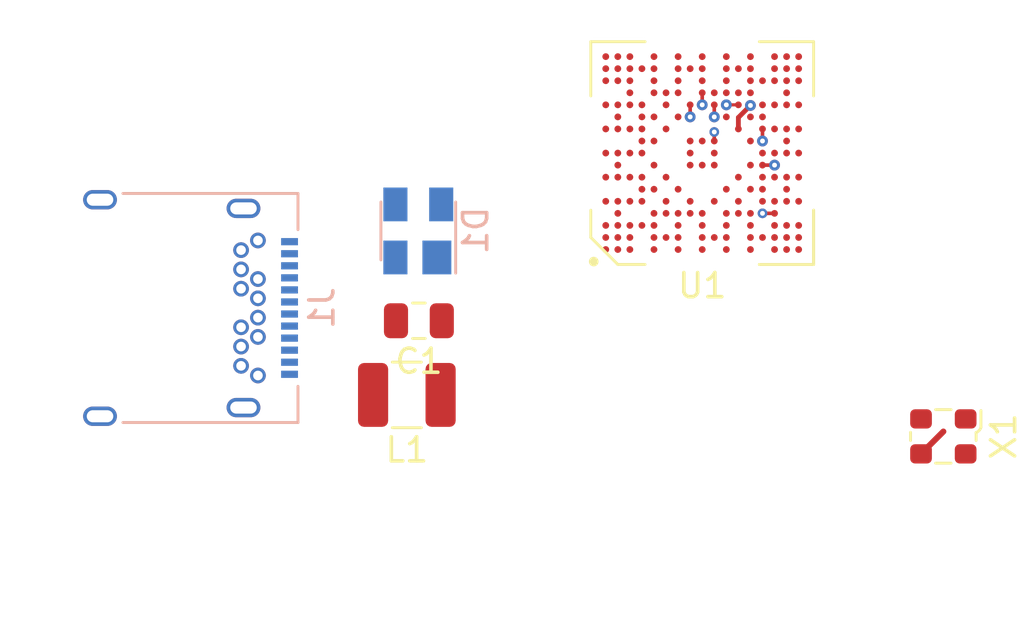
<source format=kicad_pcb>
(kicad_pcb (version 20211014) (generator pcbnew)
  (layers (0 "F.Cu" signal) (1 "In1.Cu" signal) (2 "In2.Cu" signal) (31 "B.Cu" signal) (34 "B.Paste" user) (35 "F.Paste" user) (36 "B.SilkS" user "B.Silkscreen") (37 "F.SilkS" user "F.Silkscreen") (38 "B.Mask" user) (39 "F.Mask" user) (44 "Edge.Cuts" user))
  (net 0 "")
  (net 1 "/USB/D+")
  (net 6 "/USB/D-")
  (net 13 "/USB/USB0_VBUS_CON")
  (net 76 "Net-(J1-PadA4)")
  (net 81 "/DSP/IRQ_N")
  (net 82 "/DSP/LDO_ENABLE")
  (net 83 "/DSP/RTCXOUT")
  (net 84 "/DSP/XTALOUT")
  (net 85 "/DSP/XTALIN")
  (net 86 "/DSP/RESETN")
  (net 87 "/DSP/RTCXIN")
  (net 88 "/DSP/VREFN")
  (net 89 "VDD")
  (net 90 "/DSP/MODE0")
  (net 91 "/DSP/FC_06")
  (net 92 "/DSP/SCL")
  (net 93 "/DSP/FC_05")
  (net 94 "/DSP/FC_00_I2S_CLK")
  (net 95 "/DSP/FC_01_I2S_WS")
  (net 96 "/DSP/FC_02_I2S_DATA")
  (net 97 "/DSP/FC_04")
  (net 98 "/DSP/TRST")
  (net 99 "/DSP/TDI")
  (net 100 "/DSP/TDO")
  (net 101 "/DSP/TMS")
  (net 102 "/DSP/USB1_VDD3V3")
  (net 103 "/DSP/USB1_VBUS")
  (net 104 "/DSP/USB1_DP")
  (net 105 "/DSP/USB1_DM")
  (net 106 "GND")
  (net 110 "/DSP/VDDA_BIAS")
  (net 111 "/DSP/VREFP")
  (net 113 "/DSP/SDA")
  (net 114 "/DSP/FC_03")
  (net 115 "/DSP/TCK")
  (net 124 "VDD1V8")
  (net 125 "VDDCORE")
  (net 126 "VDD_AO1V8")
  (net 128 "VDDIO_1")
  (net 129 "VDDIO_0")
  (net 130 "VDDIO_2")
  (footprint "Capacitor_SMD:C_0805_2012Metric" (layer "F.Cu") (at 94.25 88.205 180)
    (fp_text reference "C1" (at 0 -1.68) (layer "F.SilkS"))
    (fp_text value "2u2")
    (fp_line (start -0.261252 0.735) (end 0.261252 0.735) (layer "F.SilkS") (width 0.12))
    (fp_line (start -0.261252 -0.735) (end 0.261252 -0.735) (layer "F.SilkS") (width 0.12))
    (pad "1" smd roundrect locked (at -0.95 0 180) (size 1 1.45) (layers "F.Cu" "F.Paste" "F.Mask") (net 13 "/USB/USB0_VBUS_CON"))
    (pad "2" smd roundrect locked (at 0.95 0 180) (size 1 1.45) (layers "F.Cu" "F.Paste" "F.Mask") (net 106 "GND"))
  )
  (footprint "Inductor_SMD:L_1210_3225Metric" (layer "F.Cu") (at 93.75 91.28 180)
    (fp_text reference "L1" (at 0 -2.28) (layer "F.SilkS"))
    (fp_text value "330")
    (fp_line (start -0.602064 -1.36) (end 0.602064 -1.36) (layer "F.SilkS") (width 0.12))
    (fp_line (start -0.602064 1.36) (end 0.602064 1.36) (layer "F.SilkS") (width 0.12))
    (pad "1" smd roundrect locked (at -1.4 0 180) (size 1.25 2.65) (layers "F.Cu" "F.Paste" "F.Mask") (roundrect_rratio 0.2) (net 13 "/USB/USB0_VBUS_CON"))
    (pad "2" smd roundrect locked (at 1.4 0 180) (size 1.25 2.65) (layers "F.Cu" "F.Paste" "F.Mask") (roundrect_rratio 0.2) (net 76 "Net-(J1-PadA4)"))
  )
  (footprint "Oscillator:Oscillator_SMD_ECS_2520MV-xxx-xx-4Pin_2.5x2.0mm" (layer "F.Cu") (at 116 93 -90)
    (fp_text reference "X1" (at 0 -2.5 90) (layer "F.SilkS"))
    (fp_text value "ECS-2520MV-xxx-xx")
    (fp_line (start -0.38 -1.56) (end -1.07 -1.56) (layer "F.SilkS") (width 0.12))
    (fp_line (start -1.11 0.32) (end -1.11 -0.32) (layer "F.SilkS") (width 0.12))
    (fp_line (start 1.11 0.32) (end 1.11 -0.32) (layer "F.SilkS") (width 0.12))
    (fp_line (start -0.17 1.36) (end 0.17 1.36) (layer "F.SilkS") (width 0.12))
    (fp_line (start -0.16 -1.36) (end 0.17 -1.36) (layer "F.SilkS") (width 0.12))
    (fp_arc (start -0.38 -1.56) (mid -0.246393 -1.485967) (end -0.16 -1.36) (layer "F.SilkS") (width 0.12))
    (pad "1" smd roundrect locked (at -0.725 -0.925 270) (size 0.8 0.9) (layers "F.Cu" "F.Paste" "F.Mask") (net 85 "/DSP/XTALIN"))
    (pad "2" smd roundrect locked (at -0.725 0.925 270) (size 0.8 0.9) (layers "F.Cu" "F.Paste" "F.Mask") (net 106 "GND"))
    (pad "3" smd roundrect locked (at 0.725 0.925 270) (size 0.8 0.9) (layers "F.Cu" "F.Paste" "F.Mask") (net 84 "/DSP/XTALOUT"))
    (pad "4" smd roundrect locked (at 0.725 -0.925 270) (size 0.8 0.9) (layers "F.Cu" "F.Paste" "F.Mask") (net 89 "VDD"))
  )
  (footprint "project_footprints:BGA-289_17x17_9.0x9.0mm_v2" (layer "F.Cu") (at 106 81.25)
    (fp_text reference "U1" (at 0 5.5 -180) (layer "F.SilkS"))
    (fp_text value "MIMXRT685SFVKB")
    (fp_line (start 4.62 -4.62) (end 4.62 -2.37) (layer "F.SilkS") (width 0.12))
    (fp_line (start -2.37 4.62) (end -3.5 4.62) (layer "F.SilkS") (width 0.12))
    (fp_line (start -4.62 3.5) (end -4.62 2.37) (layer "F.SilkS") (width 0.12))
    (fp_line (start -3.5 4.62) (end -4.62 3.5) (layer "F.SilkS") (width 0.12))
    (fp_line (start 2.37 -4.62) (end 4.62 -4.62) (layer "F.SilkS") (width 0.12))
    (fp_line (start -4.62 -4.62) (end -4.62 -2.37) (layer "F.SilkS") (width 0.12))
    (fp_line (start 4.62 4.62) (end 4.62 2.37) (layer "F.SilkS") (width 0.12))
    (fp_line (start 2.37 4.62) (end 4.62 4.62) (layer "F.SilkS") (width 0.12))
    (fp_line (start -2.37 -4.62) (end -4.62 -4.62) (layer "F.SilkS") (width 0.12))
    (fp_line (start 4.62 4.62) (end 4.62 2.37) (layer "F.SilkS") (width 0.12))
    (fp_line (start 2.37 4.62) (end 4.62 4.62) (layer "F.SilkS") (width 0.12))
    (fp_line (start 2.37 4.62) (end 4.62 4.62) (layer "F.SilkS") (width 0.12))
    (fp_line (start 4.62 4.62) (end 4.62 2.37) (layer "F.SilkS") (width 0.12))
    (fp_circle (center -4.5 4.5) (end -4.5 4.4) (layer "F.SilkS") (width 0.2) (fill none))
    (pad "A1" smd circle (at -4 4 180) (size 0.28 0.28) (layers "F.Cu" "F.Paste" "F.Mask"))
    (pad "A2" smd circle (at -3.5 4 180) (size 0.28 0.28) (layers "F.Cu" "F.Paste" "F.Mask"))
    (pad "A3" smd circle (at -3 4 180) (size 0.28 0.28) (layers "F.Cu" "F.Paste" "F.Mask"))
    (pad "A5" smd circle (at -2 4 180) (size 0.28 0.28) (layers "F.Cu" "F.Paste" "F.Mask"))
    (pad "A7" smd circle (at -1 4 180) (size 0.28 0.28) (layers "F.Cu" "F.Paste" "F.Mask"))
    (pad "A9" smd circle (at 0 4 180) (size 0.28 0.28) (layers "F.Cu" "F.Paste" "F.Mask"))
    (pad "A11" smd circle (at 1 4 180) (size 0.28 0.28) (layers "F.Cu" "F.Paste" "F.Mask"))
    (pad "A13" smd circle (at 2 4 180) (size 0.28 0.28) (layers "F.Cu" "F.Paste" "F.Mask"))
    (pad "A15" smd circle (at 3 4 180) (size 0.28 0.28) (layers "F.Cu" "F.Paste" "F.Mask") (net 81 "/DSP/IRQ_N"))
    (pad "A16" smd circle (at 3.5 4 180) (size 0.28 0.28) (layers "F.Cu" "F.Paste" "F.Mask") (net 82 "/DSP/LDO_ENABLE"))
    (pad "A17" smd circle (at 4 4 180) (size 0.28 0.28) (layers "F.Cu" "F.Paste" "F.Mask") (net 83 "/DSP/RTCXOUT"))
    (pad "B1" smd circle (at -4 3.5 180) (size 0.28 0.28) (layers "F.Cu" "F.Paste" "F.Mask"))
    (pad "B2" smd circle (at -3.5 3.5 180) (size 0.28 0.28) (layers "F.Cu" "F.Paste" "F.Mask"))
    (pad "B3" smd circle (at -3 3.5 180) (size 0.28 0.28) (layers "F.Cu" "F.Paste" "F.Mask"))
    (pad "B5" smd circle (at -2 3.5 180) (size 0.28 0.28) (layers "F.Cu" "F.Paste" "F.Mask"))
    (pad "B6" smd circle (at -1.5 3.5 180) (size 0.28 0.28) (layers "F.Cu" "F.Paste" "F.Mask"))
    (pad "B7" smd circle (at -1 3.5 180) (size 0.28 0.28) (layers "F.Cu" "F.Paste" "F.Mask"))
    (pad "B9" smd circle (at 0 3.5 180) (size 0.28 0.28) (layers "F.Cu" "F.Paste" "F.Mask"))
    (pad "B10" smd circle (at 0.5 3.5 180) (size 0.28 0.28) (layers "F.Cu" "F.Paste" "F.Mask"))
    (pad "B11" smd circle (at 1 3.5 180) (size 0.28 0.28) (layers "F.Cu" "F.Paste" "F.Mask") (net 124 "VDD1V8"))
    (pad "B13" smd circle (at 2 3.5 180) (size 0.28 0.28) (layers "F.Cu" "F.Paste" "F.Mask") (net 84 "/DSP/XTALOUT"))
    (pad "B14" smd circle (at 2.5 3.5 180) (size 0.28 0.28) (layers "F.Cu" "F.Paste" "F.Mask") (net 85 "/DSP/XTALIN"))
    (pad "B15" smd circle (at 3 3.5 180) (size 0.28 0.28) (layers "F.Cu" "F.Paste" "F.Mask") (net 86 "/DSP/RESETN"))
    (pad "B16" smd circle (at 3.5 3.5 180) (size 0.28 0.28) (layers "F.Cu" "F.Paste" "F.Mask"))
    (pad "B17" smd circle (at 4 3.5 180) (size 0.28 0.28) (layers "F.Cu" "F.Paste" "F.Mask") (net 87 "/DSP/RTCXIN"))
    (pad "C1" smd circle (at -4 3 180) (size 0.28 0.28) (layers "F.Cu" "F.Paste" "F.Mask"))
    (pad "C2" smd circle (at -3.5 3 180) (size 0.28 0.28) (layers "F.Cu" "F.Paste" "F.Mask") (net 88 "/DSP/VREFN"))
    (pad "C3" smd circle (at -3 3 180) (size 0.28 0.28) (layers "F.Cu" "F.Paste" "F.Mask") (net 106 "GND"))
    (pad "C4" smd circle (at -2.5 3 180) (size 0.28 0.28) (layers "F.Cu" "F.Paste" "F.Mask") (net 110 "/DSP/VDDA_BIAS"))
    (pad "C5" smd circle (at -2 3 180) (size 0.28 0.28) (layers "F.Cu" "F.Paste" "F.Mask") (net 125 "VDDCORE"))
    (pad "C7" smd circle (at -1 3 180) (size 0.28 0.28) (layers "F.Cu" "F.Paste" "F.Mask"))
    (pad "C9" smd circle (at 0 3 180) (size 0.28 0.28) (layers "F.Cu" "F.Paste" "F.Mask"))
    (pad "C11" smd circle (at 1 3 180) (size 0.28 0.28) (layers "F.Cu" "F.Paste" "F.Mask"))
    (pad "C13" smd circle (at 2 3 180) (size 0.28 0.28) (layers "F.Cu" "F.Paste" "F.Mask") (net 126 "VDD_AO1V8"))
    (pad "C15" smd circle (at 3 3 180) (size 0.28 0.28) (layers "F.Cu" "F.Paste" "F.Mask") (net 90 "/DSP/MODE0"))
    (pad "C16" smd circle (at 3.5 3 180) (size 0.28 0.28) (layers "F.Cu" "F.Paste" "F.Mask") (net 124 "VDD1V8"))
    (pad "C17" smd circle (at 4 3 180) (size 0.28 0.28) (layers "F.Cu" "F.Paste" "F.Mask") (net 124 "VDD1V8"))
    (pad "D2" smd circle (at -3.5 2.5 180) (size 0.28 0.28) (layers "F.Cu" "F.Paste" "F.Mask") (net 111 "/DSP/VREFP"))
    (pad "D5" smd circle (at -2 2.5 180) (size 0.28 0.28) (layers "F.Cu" "F.Paste" "F.Mask") (net 106 "GND"))
    (pad "D6" smd circle (at -1.5 2.5 180) (size 0.28 0.28) (layers "F.Cu" "F.Paste" "F.Mask"))
    (pad "D7" smd circle (at -1 2.5 180) (size 0.28 0.28) (layers "F.Cu" "F.Paste" "F.Mask"))
    (pad "D8" smd circle (at -0.5 2.5 180) (size 0.28 0.28) (layers "F.Cu" "F.Paste" "F.Mask"))
    (pad "D9" smd circle (at 0 2.5 180) (size 0.28 0.28) (layers "F.Cu" "F.Paste" "F.Mask") (net 125 "VDDCORE"))
    (pad "D11" smd circle (at 1 2.5 180) (size 0.28 0.28) (layers "F.Cu" "F.Paste" "F.Mask"))
    (pad "D12" smd circle (at 1.5 2.5 180) (size 0.28 0.28) (layers "F.Cu" "F.Paste" "F.Mask") (net 106 "GND"))
    (pad "D13" smd circle (at 2 2.5 180) (size 0.28 0.28) (layers "F.Cu" "F.Paste" "F.Mask") (net 126 "VDD_AO1V8"))
    (pad "D15" smd circle (at 3 2.5 180) (size 0.28 0.28) (layers "F.Cu" "F.Paste" "F.Mask") (net 106 "GND"))
    (pad "E1" smd circle (at -4 2 180) (size 0.28 0.28) (layers "F.Cu" "F.Paste" "F.Mask") (net 91 "/DSP/FC_06"))
    (pad "E2" smd circle (at -3.5 2 180) (size 0.28 0.28) (layers "F.Cu" "F.Paste" "F.Mask"))
    (pad "E3" smd circle (at -3 2 180) (size 0.28 0.28) (layers "F.Cu" "F.Paste" "F.Mask"))
    (pad "E4" smd circle (at -2.5 2 180) (size 0.28 0.28) (layers "F.Cu" "F.Paste" "F.Mask"))
    (pad "E6" smd circle (at -1.5 2 180) (size 0.28 0.28) (layers "F.Cu" "F.Paste" "F.Mask") (net 128 "VDDIO_1"))
    (pad "E8" smd circle (at -0.5 2 180) (size 0.28 0.28) (layers "F.Cu" "F.Paste" "F.Mask") (net 128 "VDDIO_1"))
    (pad "E10" smd circle (at 0.5 2 180) (size 0.28 0.28) (layers "F.Cu" "F.Paste" "F.Mask") (net 128 "VDDIO_1"))
    (pad "E12" smd circle (at 1.5 2 180) (size 0.28 0.28) (layers "F.Cu" "F.Paste" "F.Mask") (net 106 "GND"))
    (pad "E14" smd circle (at 2.5 2 180) (size 0.28 0.28) (layers "F.Cu" "F.Paste" "F.Mask") (net 106 "GND"))
    (pad "E15" smd circle (at 3 2 180) (size 0.28 0.28) (layers "F.Cu" "F.Paste" "F.Mask") (net 124 "VDD1V8"))
    (pad "E16" smd circle (at 3.5 2 180) (size 0.28 0.28) (layers "F.Cu" "F.Paste" "F.Mask") (net 92 "/DSP/SCL"))
    (pad "E17" smd circle (at 4 2 180) (size 0.28 0.28) (layers "F.Cu" "F.Paste" "F.Mask"))
    (pad "F4" smd circle (at -2.5 1.5 180) (size 0.28 0.28) (layers "F.Cu" "F.Paste" "F.Mask") (net 93 "/DSP/FC_05"))
    (pad "F5" smd circle (at -2 1.5 180) (size 0.28 0.28) (layers "F.Cu" "F.Paste" "F.Mask") (net 129 "VDDIO_0"))
    (pad "F7" smd circle (at -1 1.5 180) (size 0.28 0.28) (layers "F.Cu" "F.Paste" "F.Mask") (net 106 "GND"))
    (pad "F11" smd circle (at 1 1.5 180) (size 0.28 0.28) (layers "F.Cu" "F.Paste" "F.Mask") (net 106 "GND"))
    (pad "F13" smd circle (at 2 1.5 180) (size 0.28 0.28) (layers "F.Cu" "F.Paste" "F.Mask") (net 124 "VDD1V8"))
    (pad "F14" smd circle (at 2.5 1.5 180) (size 0.28 0.28) (layers "F.Cu" "F.Paste" "F.Mask") (net 125 "VDDCORE"))
    (pad "F16" smd circle (at 3.5 1.5 180) (size 0.28 0.28) (layers "F.Cu" "F.Paste" "F.Mask") (net 113 "/DSP/SDA"))
    (pad "G1" smd circle (at -4 1 180) (size 0.28 0.28) (layers "F.Cu" "F.Paste" "F.Mask") (net 94 "/DSP/FC_00_I2S_CLK"))
    (pad "G2" smd circle (at -3.5 1 180) (size 0.28 0.28) (layers "F.Cu" "F.Paste" "F.Mask") (net 95 "/DSP/FC_01_I2S_WS"))
    (pad "G3" smd circle (at -3 1 180) (size 0.28 0.28) (layers "F.Cu" "F.Paste" "F.Mask"))
    (pad "G4" smd circle (at -2.5 1 180) (size 0.28 0.28) (layers "F.Cu" "F.Paste" "F.Mask") (net 96 "/DSP/FC_02_I2S_DATA"))
    (pad "G6" smd circle (at -1.5 1 180) (size 0.28 0.28) (layers "F.Cu" "F.Paste" "F.Mask") (net 106 "GND"))
    (pad "G12" smd circle (at 1.5 1 180) (size 0.28 0.28) (layers "F.Cu" "F.Paste" "F.Mask") (net 106 "GND"))
    (pad "G14" smd circle (at 2.5 1 180) (size 0.28 0.28) (layers "F.Cu" "F.Paste" "F.Mask") (net 124 "VDD1V8"))
    (pad "G15" smd circle (at 3 1 180) (size 0.28 0.28) (layers "F.Cu" "F.Paste" "F.Mask"))
    (pad "G16" smd circle (at 3.5 1 180) (size 0.28 0.28) (layers "F.Cu" "F.Paste" "F.Mask"))
    (pad "G17" smd circle (at 4 1 180) (size 0.28 0.28) (layers "F.Cu" "F.Paste" "F.Mask"))
    (pad "H2" smd circle (at -3.5 0.5 180) (size 0.28 0.28) (layers "F.Cu" "F.Paste" "F.Mask") (net 114 "/DSP/FC_03"))
    (pad "H5" smd circle (at -2 0.5 180) (size 0.28 0.28) (layers "F.Cu" "F.Paste" "F.Mask") (net 129 "VDDIO_0"))
    (pad "H8" smd circle (at -0.5 0.5 180) (size 0.28 0.28) (layers "F.Cu" "F.Paste" "F.Mask") (net 106 "GND"))
    (pad "H9" smd circle (at 0 0.5 180) (size 0.28 0.28) (layers "F.Cu" "F.Paste" "F.Mask") (net 106 "GND"))
    (pad "H10" smd circle (at 0.5 0.5 180) (size 0.28 0.28) (layers "F.Cu" "F.Paste" "F.Mask") (net 106 "GND"))
    (pad "H13" smd circle (at 2 0.5 180) (size 0.28 0.28) (layers "F.Cu" "F.Paste" "F.Mask") (net 128 "VDDIO_1"))
    (pad "H14" smd circle (at 2.5 0.5 180) (size 0.28 0.28) (layers "F.Cu" "F.Paste" "F.Mask") (net 128 "VDDIO_1"))
    (pad "J1" smd circle (at -4 0 180) (size 0.28 0.28) (layers "F.Cu" "F.Paste" "F.Mask") (net 97 "/DSP/FC_04"))
    (pad "J2" smd circle (at -3.5 0 180) (size 0.28 0.28) (layers "F.Cu" "F.Paste" "F.Mask") (net 98 "/DSP/TRST"))
    (pad "J3" smd circle (at -3 0 180) (size 0.28 0.28) (layers "F.Cu" "F.Paste" "F.Mask") (net 99 "/DSP/TDI"))
    (pad "J4" smd circle (at -2.5 0 180) (size 0.28 0.28) (layers "F.Cu" "F.Paste" "F.Mask") (net 125 "VDDCORE"))
    (pad "J8" smd circle (at -0.5 0 180) (size 0.28 0.28) (layers "F.Cu" "F.Paste" "F.Mask") (net 106 "GND"))
    (pad "J10" smd circle (at 0.5 0 180) (size 0.28 0.28) (layers "F.Cu" "F.Paste" "F.Mask") (net 106 "GND"))
    (pad "J14" smd circle (at 2.5 0 180) (size 0.28 0.28) (layers "F.Cu" "F.Paste" "F.Mask") (net 125 "VDDCORE"))
    (pad "J15" smd circle (at 3 0 180) (size 0.28 0.28) (layers "F.Cu" "F.Paste" "F.Mask"))
    (pad "J16" smd circle (at 3.5 0 180) (size 0.28 0.28) (layers "F.Cu" "F.Paste" "F.Mask"))
    (pad "J17" smd circle (at 4 0 180) (size 0.28 0.28) (layers "F.Cu" "F.Paste" "F.Mask"))
    (pad "K4" smd circle (at -2.5 -0.5 180) (size 0.28 0.28) (layers "F.Cu" "F.Paste" "F.Mask") (net 115 "/DSP/TCK"))
    (pad "K5" smd circle (at -2 -0.5 180) (size 0.28 0.28) (layers "F.Cu" "F.Paste" "F.Mask") (net 129 "VDDIO_0"))
    (pad "K8" smd circle (at -0.5 -0.5 180) (size 0.28 0.28) (layers "F.Cu" "F.Paste" "F.Mask") (net 106 "GND"))
    (pad "K9" smd circle (at 0 -0.5 180) (size 0.28 0.28) (layers "F.Cu" "F.Paste" "F.Mask") (net 106 "GND"))
    (pad "K10" smd circle (at 0.5 -0.5 180) (size 0.28 0.28) (layers "F.Cu" "F.Paste" "F.Mask") (net 106 "GND"))
    (pad "K13" smd circle (at 2 -0.5 180) (size 0.28 0.28) (layers "F.Cu" "F.Paste" "F.Mask") (net 128 "VDDIO_1"))
    (pad "K16" smd circle (at 3.5 -0.5 180) (size 0.28 0.28) (layers "F.Cu" "F.Paste" "F.Mask"))
    (pad "L1" smd circle (at -4 -1 180) (size 0.28 0.28) (layers "F.Cu" "F.Paste" "F.Mask") (net 100 "/DSP/TDO"))
    (pad "L2" smd circle (at -3.5 -1 180) (size 0.28 0.28) (layers "F.Cu" "F.Paste" "F.Mask"))
    (pad "L3" smd circle (at -3 -1 180) (size 0.28 0.28) (layers "F.Cu" "F.Paste" "F.Mask") (net 101 "/DSP/TMS"))
    (pad "L4" smd circle (at -2.5 -1 180) (size 0.28 0.28) (layers "F.Cu" "F.Paste" "F.Mask") (net 124 "VDD1V8"))
    (pad "L6" smd circle (at -1.5 -1 180) (size 0.28 0.28) (layers "F.Cu" "F.Paste" "F.Mask") (net 106 "GND"))
    (pad "L12" smd circle (at 1.5 -1 180) (size 0.28 0.28) (layers "F.Cu" "F.Paste" "F.Mask") (net 106 "GND"))
    (pad "L14" smd circle (at 2.5 -1 180) (size 0.28 0.28) (layers "F.Cu" "F.Paste" "F.Mask") (net 128 "VDDIO_1"))
    (pad "L15" smd circle (at 3 -1 180) (size 0.28 0.28) (layers "F.Cu" "F.Paste" "F.Mask"))
    (pad "L16" smd circle (at 3.5 -1 180) (size 0.28 0.28) (layers "F.Cu" "F.Paste" "F.Mask"))
    (pad "L17" smd circle (at 4 -1 180) (size 0.28 0.28) (layers "F.Cu" "F.Paste" "F.Mask"))
    (pad "M2" smd circle (at -3.5 -1.5 180) (size 0.28 0.28) (layers "F.Cu" "F.Paste" "F.Mask"))
    (pad "M4" smd circle (at -2.5 -1.5 180) (size 0.28 0.28) (layers "F.Cu" "F.Paste" "F.Mask"))
    (pad "M5" smd circle (at -2 -1.5 180) (size 0.28 0.28) (layers "F.Cu" "F.Paste" "F.Mask") (net 129 "VDDIO_0"))
    (pad "M7" smd circle (at -1 -1.5 180) (size 0.28 0.28) (layers "F.Cu" "F.Paste" "F.Mask") (net 106 "GND"))
    (pad "M11" smd circle (at 1 -1.5 180) (size 0.28 0.28) (layers "F.Cu" "F.Paste" "F.Mask") (net 106 "GND"))
    (pad "M13" smd circle (at 2 -1.5 180) (size 0.28 0.28) (layers "F.Cu" "F.Paste" "F.Mask") (net 106 "GND"))
    (pad "M14" smd circle (at 2.5 -1.5 180) (size 0.28 0.28) (layers "F.Cu" "F.Paste" "F.Mask"))
    (pad "N1" smd circle (at -4 -2 180) (size 0.28 0.28) (layers "F.Cu" "F.Paste" "F.Mask"))
    (pad "N2" smd circle (at -3.5 -2 180) (size 0.28 0.28) (layers "F.Cu" "F.Paste" "F.Mask"))
    (pad "N3" smd circle (at -3 -2 180) (size 0.28 0.28) (layers "F.Cu" "F.Paste" "F.Mask"))
    (pad "N4" smd circle (at -2.5 -2 180) (size 0.28 0.28) (layers "F.Cu" "F.Paste" "F.Mask"))
    (pad "N6" smd circle (at -1.5 -2 180) (size 0.28 0.28) (layers "F.Cu" "F.Paste" "F.Mask") (net 129 "VDDIO_0"))
    (pad "N8" smd circle (at -0.5 -2 180) (size 0.28 0.28) (layers "F.Cu" "F.Paste" "F.Mask") (net 129 "VDDIO_0"))
    (pad "N10" smd circle (at 0.5 -2 180) (size 0.28 0.28) (layers "F.Cu" "F.Paste" "F.Mask") (net 129 "VDDIO_0"))
    (pad "N12" smd circle (at 1.5 -2 180) (size 0.28 0.28) (layers "F.Cu" "F.Paste" "F.Mask") (net 130 "VDDIO_2"))
    (pad "N14" smd circle (at 2.5 -2 180) (size 0.28 0.28) (layers "F.Cu" "F.Paste" "F.Mask") (net 106 "GND"))
    (pad "N15" smd circle (at 3 -2 180) (size 0.28 0.28) (layers "F.Cu" "F.Paste" "F.Mask"))
    (pad "N16" smd circle (at 3.5 -2 180) (size 0.28 0.28) (layers "F.Cu" "F.Paste" "F.Mask") (net 102 "/DSP/USB1_VDD3V3"))
    (pad "N17" smd circle (at 4 -2 180) (size 0.28 0.28) (layers "F.Cu" "F.Paste" "F.Mask"))
    (pad "P3" smd circle (at -3 -2.5 180) (size 0.28 0.28) (layers "F.Cu" "F.Paste" "F.Mask"))
    (pad "P5" smd circle (at -2 -2.5 180) (size 0.28 0.28) (layers "F.Cu" "F.Paste" "F.Mask"))
    (pad "P6" smd circle (at -1.5 -2.5 180) (size 0.28 0.28) (layers "F.Cu" "F.Paste" "F.Mask"))
    (pad "P7" smd circle (at -1 -2.5 180) (size 0.28 0.28) (layers "F.Cu" "F.Paste" "F.Mask"))
    (pad "P9" smd circle (at 0 -2.5 180) (size 0.28 0.28) (layers "F.Cu" "F.Paste" "F.Mask") (net 125 "VDDCORE"))
    (pad "P10" smd circle (at 0.5 -2.5 180) (size 0.28 0.28) (layers "F.Cu" "F.Paste" "F.Mask"))
    (pad "P11" smd circle (at 1 -2.5 180) (size 0.28 0.28) (layers "F.Cu" "F.Paste" "F.Mask") (net 130 "VDDIO_2"))
    (pad "P12" smd circle (at 1.5 -2.5 180) (size 0.28 0.28) (layers "F.Cu" "F.Paste" "F.Mask") (net 130 "VDDIO_2"))
    (pad "P13" smd circle (at 2 -2.5 180) (size 0.28 0.28) (layers "F.Cu" "F.Paste" "F.Mask") (net 106 "GND"))
    (pad "P16" smd circle (at 3.5 -2.5 180) (size 0.28 0.28) (layers "F.Cu" "F.Paste" "F.Mask"))
    (pad "R1" smd circle (at -4 -3 180) (size 0.28 0.28) (layers "F.Cu" "F.Paste" "F.Mask"))
    (pad "R2" smd circle (at -3.5 -3 180) (size 0.28 0.28) (layers "F.Cu" "F.Paste" "F.Mask"))
    (pad "R3" smd circle (at -3 -3 180) (size 0.28 0.28) (layers "F.Cu" "F.Paste" "F.Mask"))
    (pad "R5" smd circle (at -2 -3 180) (size 0.28 0.28) (layers "F.Cu" "F.Paste" "F.Mask") (net 125 "VDDCORE"))
    (pad "R7" smd circle (at -1 -3 180) (size 0.28 0.28) (layers "F.Cu" "F.Paste" "F.Mask"))
    (pad "R9" smd circle (at 0 -3 180) (size 0.28 0.28) (layers "F.Cu" "F.Paste" "F.Mask"))
    (pad "R11" smd circle (at 1 -3 180) (size 0.28 0.28) (layers "F.Cu" "F.Paste" "F.Mask"))
    (pad "R13" smd circle (at 2 -3 180) (size 0.28 0.28) (layers "F.Cu" "F.Paste" "F.Mask"))
    (pad "R14" smd circle (at 2.5 -3 180) (size 0.28 0.28) (layers "F.Cu" "F.Paste" "F.Mask") (net 125 "VDDCORE"))
    (pad "R15" smd circle (at 3 -3 180) (size 0.28 0.28) (layers "F.Cu" "F.Paste" "F.Mask") (net 124 "VDD1V8"))
    (pad "R16" smd circle (at 3.5 -3 180) (size 0.28 0.28) (layers "F.Cu" "F.Paste" "F.Mask") (net 103 "/DSP/USB1_VBUS"))
    (pad "R17" smd circle (at 4 -3 180) (size 0.28 0.28) (layers "F.Cu" "F.Paste" "F.Mask") (net 104 "/DSP/USB1_DP"))
    (pad "T1" smd circle (at -4 -3.5 180) (size 0.28 0.28) (layers "F.Cu" "F.Paste" "F.Mask"))
    (pad "T2" smd circle (at -3.5 -3.5 180) (size 0.28 0.28) (layers "F.Cu" "F.Paste" "F.Mask"))
    (pad "T3" smd circle (at -3 -3.5 180) (size 0.28 0.28) (layers "F.Cu" "F.Paste" "F.Mask"))
    (pad "T4" smd circle (at -2.5 -3.5 180) (size 0.28 0.28) (layers "F.Cu" "F.Paste" "F.Mask"))
    (pad "T5" smd circle (at -2 -3.5 180) (size 0.28 0.28) (layers "F.Cu" "F.Paste" "F.Mask"))
    (pad "T7" smd circle (at -1 -3.5 180) (size 0.28 0.28) (layers "F.Cu" "F.Paste" "F.Mask"))
    (pad "T8" smd circle (at -0.5 -3.5 180) (size 0.28 0.28) (layers "F.Cu" "F.Paste" "F.Mask"))
    (pad "T9" smd circle (at 0 -3.5 180) (size 0.28 0.28) (layers "F.Cu" "F.Paste" "F.Mask"))
    (pad "T11" smd circle (at 1 -3.5 180) (size 0.28 0.28) (layers "F.Cu" "F.Paste" "F.Mask"))
    (pad "T12" smd circle (at 1.5 -3.5 180) (size 0.28 0.28) (layers "F.Cu" "F.Paste" "F.Mask"))
    (pad "T13" smd circle (at 2 -3.5 180) (size 0.28 0.28) (layers "F.Cu" "F.Paste" "F.Mask"))
    (pad "T15" smd circle (at 3 -3.5 180) (size 0.28 0.28) (layers "F.Cu" "F.Paste" "F.Mask"))
    (pad "T16" smd circle (at 3.5 -3.5 180) (size 0.28 0.28) (layers "F.Cu" "F.Paste" "F.Mask"))
    (pad "T17" smd circle (at 4 -3.5 180) (size 0.28 0.28) (layers "F.Cu" "F.Paste" "F.Mask") (net 105 "/DSP/USB1_DM"))
    (pad "U1" smd circle (at -4 -4 180) (size 0.28 0.28) (layers "F.Cu" "F.Paste" "F.Mask"))
    (pad "U2" smd circle (at -3.5 -4 180) (size 0.28 0.28) (layers "F.Cu" "F.Paste" "F.Mask"))
    (pad "U3" smd circle (at -3 -4 180) (size 0.28 0.28) (layers "F.Cu" "F.Paste" "F.Mask"))
    (pad "U5" smd circle (at -2 -4 180) (size 0.28 0.28) (layers "F.Cu" "F.Paste" "F.Mask"))
    (pad "U7" smd circle (at -1 -4 180) (size 0.28 0.28) (layers "F.Cu" "F.Paste" "F.Mask"))
    (pad "U9" smd circle (at 0 -4 180) (size 0.28 0.28) (layers "F.Cu" "F.Paste" "F.Mask"))
    (pad "U11" smd circle (at 1 -4 180) (size 0.28 0.28) (layers "F.Cu" "F.Paste" "F.Mask"))
    (pad "U13" smd circle (at 2 -4 180) (size 0.28 0.28) (layers "F.Cu" "F.Paste" "F.Mask"))
    (pad "U15" smd circle (at 3 -4 180) (size 0.28 0.28) (layers "F.Cu" "F.Paste" "F.Mask"))
    (pad "U16" smd circle (at 3.5 -4 180) (size 0.28 0.28) (layers "F.Cu" "F.Paste" "F.Mask"))
    (pad "U17" smd circle (at 4 -4 180) (size 0.28 0.28) (layers "F.Cu" "F.Paste" "F.Mask"))
  )
  (footprint "Connector_USB:USB_C_Receptacle_Amphenol_12401548E4-2A" (layer "B.Cu") (at 83.865 87.675 90)
    (fp_text reference "J1" (at 0 6.36 90) (layer "B.SilkS") (effects (justify mirror)))
    (fp_text value "USB_C_Receptacle_USB2.0")
    (fp_line (start -4.75 5.37) (end -3.25 5.37) (layer "B.SilkS") (width 0.12))
    (fp_line (start 4.75 5.37) (end 4.75 -1.89) (layer "B.SilkS") (width 0.12))
    (fp_line (start 3.25 5.37) (end 4.75 5.37) (layer "B.SilkS") (width 0.12))
    (fp_line (start -4.75 5.37) (end -4.75 -1.89) (layer "B.SilkS") (width 0.12))
    (pad "" np_thru_hole oval locked (at 3.6 4.36 90) (size 0.95 0.65) (drill oval 0.95 0.65) (layers *.Cu *.Mask))
    (pad "" np_thru_hole circle locked (at -3.6 4.36 90) (size 0.65 0.65) (drill 0.65) (layers *.Cu *.Mask))
    (pad "A1" smd rect locked (at -2.75 5.02 90) (size 0.3 0.7) (layers "B.Cu" "B.Paste" "B.Mask") (net 106 "GND"))
    (pad "A2" smd rect locked (at -2.25 5.02 90) (size 0.3 0.7) (layers "B.Cu" "B.Paste" "B.Mask"))
    (pad "A3" smd rect locked (at -1.75 5.02 90) (size 0.3 0.7) (layers "B.Cu" "B.Paste" "B.Mask"))
    (pad "A4" smd rect locked (at -1.25 5.02 90) (size 0.3 0.7) (layers "B.Cu" "B.Paste" "B.Mask") (net 76 "Net-(J1-PadA4)"))
    (pad "A5" smd rect locked (at -0.75 5.02 90) (size 0.3 0.7) (layers "B.Cu" "B.Paste" "B.Mask"))
    (pad "A6" smd rect locked (at -0.25 5.02 90) (size 0.3 0.7) (layers "B.Cu" "B.Paste" "B.Mask") (net 1 "/USB/D+"))
    (pad "A7" smd rect locked (at 0.25 5.02 90) (size 0.3 0.7) (layers "B.Cu" "B.Paste" "B.Mask") (net 6 "/USB/D-"))
    (pad "A8" smd rect locked (at 0.75 5.02 90) (size 0.3 0.7) (layers "B.Cu" "B.Paste" "B.Mask"))
    (pad "A9" smd rect locked (at 1.25 5.02 90) (size 0.3 0.7) (layers "B.Cu" "B.Paste" "B.Mask") (net 76 "Net-(J1-PadA4)"))
    (pad "A10" smd rect locked (at 1.75 5.02 90) (size 0.3 0.7) (layers "B.Cu" "B.Paste" "B.Mask"))
    (pad "A11" smd rect locked (at 2.25 5.02 90) (size 0.3 0.7) (layers "B.Cu" "B.Paste" "B.Mask"))
    (pad "A12" smd rect locked (at 2.75 5.02 90) (size 0.3 0.7) (layers "B.Cu" "B.Paste" "B.Mask") (net 106 "GND"))
    (pad "B1" thru_hole circle locked (at 2.8 3.71 90) (size 0.65 0.65) (drill 0.4) (layers *.Cu *.Mask) (net 106 "GND"))
    (pad "B2" thru_hole circle locked (at 2.4 3.01 90) (size 0.65 0.65) (drill 0.4) (layers *.Cu *.Mask))
    (pad "B3" thru_hole circle locked (at 1.6 3.01 90) (size 0.65 0.65) (drill 0.4) (layers *.Cu *.Mask))
    (pad "B4" thru_hole circle locked (at 1.2 3.71 90) (size 0.65 0.65) (drill 0.4) (layers *.Cu *.Mask) (net 76 "Net-(J1-PadA4)"))
    (pad "B5" thru_hole circle locked (at 0.8 3.01 90) (size 0.65 0.65) (drill 0.4) (layers *.Cu *.Mask))
    (pad "B6" thru_hole circle locked (at 0.4 3.71 90) (size 0.65 0.65) (drill 0.4) (layers *.Cu *.Mask) (net 1 "/USB/D+"))
    (pad "B7" thru_hole circle locked (at -0.4 3.71 90) (size 0.65 0.65) (drill 0.4) (layers *.Cu *.Mask) (net 6 "/USB/D-"))
    (pad "B8" thru_hole circle locked (at -0.8 3.01 90) (size 0.65 0.65) (drill 0.4) (layers *.Cu *.Mask))
    (pad "B9" thru_hole circle locked (at -1.2 3.71 90) (size 0.65 0.65) (drill 0.4) (layers *.Cu *.Mask) (net 76 "Net-(J1-PadA4)"))
    (pad "B10" thru_hole circle locked (at -1.6 3.01 90) (size 0.65 0.65) (drill 0.4) (layers *.Cu *.Mask))
    (pad "B11" thru_hole circle locked (at -2.4 3.01 90) (size 0.65 0.65) (drill 0.4) (layers *.Cu *.Mask))
    (pad "B12" thru_hole circle locked (at -2.8 3.71 90) (size 0.65 0.65) (drill 0.4) (layers *.Cu *.Mask) (net 106 "GND"))
    (pad "S1" thru_hole oval locked (at 4.13 3.11 90) (size 0.8 1.4) (drill oval 0.5 1.1) (layers *.Cu *.Mask) (net 106 "GND"))
    (pad "S1" thru_hole oval locked (at 4.49 -2.84 90) (size 0.8 1.4) (drill oval 0.5 1.1) (layers *.Cu *.Mask) (net 106 "GND"))
    (pad "S1" thru_hole oval locked (at -4.13 3.11 90) (size 0.8 1.4) (drill oval 0.5 1.1) (layers *.Cu *.Mask) (net 106 "GND"))
    (pad "S1" thru_hole oval locked (at -4.49 -2.84 90) (size 0.8 1.4) (drill oval 0.5 1.1) (layers *.Cu *.Mask) (net 106 "GND"))
  )
  (footprint "Package_TO_SOT_SMD:SOT-143" (layer "B.Cu") (at 94.225 84.48 90)
    (fp_text reference "D1" (at 0.02 2.38 90) (layer "B.SilkS") (effects (justify mirror)))
    (fp_text value "PRTR5V0U2X")
    (fp_line (start -1.2 -1.55) (end 1.2 -1.55) (layer "B.SilkS") (width 0.12))
    (fp_line (start 1.2 1.55) (end -1.75 1.55) (layer "B.SilkS") (width 0.12))
    (pad "1" smd rect locked (at -1.1 0.77 180) (size 1.2 1.4) (layers "B.Cu" "B.Paste" "B.Mask") (net 106 "GND"))
    (pad "2" smd rect locked (at -1.1 -0.95 180) (size 1 1.4) (layers "B.Cu" "B.Paste" "B.Mask") (net 1 "/USB/D+"))
    (pad "3" smd rect locked (at 1.1 -0.95 180) (size 1 1.4) (layers "B.Cu" "B.Paste" "B.Mask") (net 6 "/USB/D-"))
    (pad "4" smd rect locked (at 1.1 0.95 180) (size 1 1.4) (layers "B.Cu" "B.Paste" "B.Mask") (net 13 "/USB/USB0_VBUS_CON"))
  )
  (segment (start 116 92.8) (end 115.075 93.725) (width 0.25) (layer "F.Cu") (net 84))
  (segment (start 116.9 92.25) (end 116.925 92.275) (width 0.25) (layer "F.Cu") (net 85))
  (segment (start 107.5 79.775) (end 107.5 80.25) (width 0.2) (layer "F.Cu") (net 106))
  (segment (start 106.5 80.75) (end 106.5 80.375) (width 0.15) (layer "F.Cu") (net 106))
  (segment (start 109 83.75) (end 108.5 83.75) (width 0.15) (layer "F.Cu") (net 106))
  (segment (start 108 79.275) (end 107.5 79.775) (width 0.2) (layer "F.Cu") (net 106))
  (via (at 108.5 83.75) (size 0.4) (drill 0.2) (layers "F.Cu" "B.Cu") (net 106))
  (via (at 108 79.275) (size 0.45) (drill 0.2) (layers "F.Cu" "B.Cu") (net 106))
  (via (at 106.5 80.375) (size 0.4) (drill 0.2) (layers "F.Cu" "B.Cu") (net 106))
  (segment (start 106 78.75) (end 106 79.25) (width 0.15) (layer "F.Cu") (net 125))
  (via (at 106 79.25) (size 0.45) (drill 0.2) (layers "F.Cu" "B.Cu") (net 125))
  (segment (start 108.5 80.25) (end 108.5 80.75) (width 0.15) (layer "F.Cu") (net 128))
  (segment (start 108.5 81.75) (end 109 81.75) (width 0.15) (layer "F.Cu") (net 128))
  (via (at 108.5 80.75) (size 0.45) (drill 0.2) (layers "F.Cu" "B.Cu") (net 128))
  (via (at 109 81.75) (size 0.45) (drill 0.2) (layers "F.Cu" "B.Cu") (net 128))
  (segment (start 106.5 79.25) (end 106.5 79.75) (width 0.15) (layer "F.Cu") (net 129))
  (segment (start 105.5 79.25) (end 105.5 79.75) (width 0.15) (layer "F.Cu") (net 129))
  (via (at 106.5 79.75) (size 0.45) (drill 0.2) (layers "F.Cu" "B.Cu") (net 129))
  (via (at 105.5 79.75) (size 0.45) (drill 0.2) (layers "F.Cu" "B.Cu") (net 129))
  (segment (start 107.5 79.25) (end 107 79.25) (width 0.13) (layer "F.Cu") (net 130))
  (via (at 107 79.25) (size 0.45) (drill 0.2) (layers "F.Cu" "B.Cu") (net 130))
)
</source>
